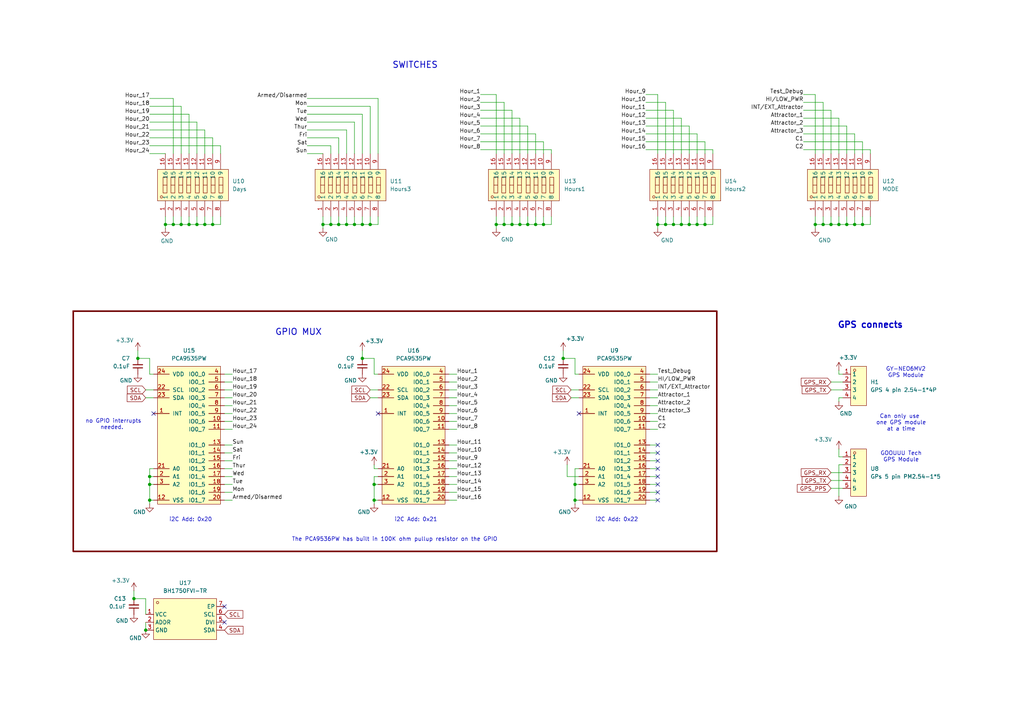
<source format=kicad_sch>
(kicad_sch (version 20250114) (generator "eeschema") (generator_version "9.0")
  (paper "User" 330.2 228.6)
  (title_block (title "MothBox") (date "2025-07-12") (rev "5.0.1") (company "Digital Naturalism Laboritories"))
  (lib_symbols
    (symbol "MothBox_Symbol_Library:+3.3V" (power) (pin_numbers (hide yes)) (pin_names (offset 0) (hide yes))
      (property "Value" "+3.3V" (at 0 3.556 0))
      (symbol "+3.3V_0_1"
        (polyline (pts (xy -0.762 1.27) (xy 0 2.54)))
        (polyline (pts (xy 0 2.54) (xy 0.762 1.27)))
        (polyline (pts (xy 0 0) (xy 0 2.54)))
      )
      (symbol "+3.3V_1_1"
        (pin power_in line (at 0 0 90) (length 0) (name "~") (number "1"))
      )
    )
    (symbol "MothBox_Symbol_Library:2.54-1*4P母"
      (property "Reference" "H" (at 0 8.89 0))
      (property "Value" "2.54-1*4P母" (at 0 -8.89 0))
      (symbol "2.54-1*4P母_0_1"
        (rectangle (start -2.54 6.35) (end 2.54 -6.35) (fill (type background)))
        (circle (center -1.27 5.08) (radius 0.38))
        (pin unspecified line (at -5.08 3.81 0) (length 2.54) (name "1") (number "1"))
        (pin unspecified line (at -5.08 1.27 0) (length 2.54) (name "2") (number "2"))
        (pin unspecified line (at -5.08 -1.27 0) (length 2.54) (name "3") (number "3"))
        (pin unspecified line (at -5.08 -3.81 0) (length 2.54) (name "4") (number "4"))
      )
    )
    (symbol "MothBox_Symbol_Library:C_Small" (pin_numbers (hide yes)) (pin_names (offset 0.254) (hide yes))
      (property "Reference" "C" (at 0.254 1.778 0))
      (property "Value" "C_Small" (at 0.254 -2.032 0))
      (symbol "C_Small_0_1"
        (polyline (pts (xy -1.524 0.508) (xy 1.524 0.508)) (stroke (width 0.3048)))
        (polyline (pts (xy -1.524 -0.508) (xy 1.524 -0.508)) (stroke (width 0.3302)))
      )
      (symbol "C_Small_1_1"
        (pin passive line (at 0 2.54 270) (length 2.032) (name "~") (number "1"))
        (pin passive line (at 0 -2.54 90) (length 2.032) (name "~") (number "2"))
      )
    )
    (symbol "MothBox_Symbol_Library:GND" (power) (pin_numbers (hide yes)) (pin_names (offset 0) (hide yes))
      (property "Value" "GND" (at 0 -3.81 0))
      (symbol "GND_0_1"
        (polyline (pts (xy 0 0) (xy 0 -1.27) (xy 1.27 -1.27) (xy 0 -2.54) (xy -1.27 -1.27) (xy 0 -1.27)))
      )
      (symbol "GND_1_1"
        (pin power_in line (at 0 0 270) (length 0) (name "~") (number "1"))
      )
    )
    (symbol "MothBox_Symbol_Library:PCA9535PW" (pin_names (offset 1.016))
      (property "Reference" "U" (at 0 -43.18 0))
      (property "Value" "PCA9535PW" (at 0 5.08 0))
      (symbol "PCA9535PW_0_1"
        (rectangle (start 10.16 2.54) (end -10.16 -41.91) (fill (type background)))
      )
      (symbol "PCA9535PW_1_1"
        (pin input line (at -11.43 0 0) (length 5.08) (name "VDD") (number "24"))
        (pin input line (at -11.43 -5.08 0) (length 5.08) (name "SCL") (number "22"))
        (pin input line (at -11.43 -7.62 0) (length 5.08) (name "SDA") (number "23"))
        (pin input line (at -11.43 -12.7 0) (length 5.08) (name "INT") (number "1"))
        (pin input line (at -11.43 -30.48 0) (length 5.08) (name "A0") (number "21"))
        (pin input line (at -11.43 -33.02 0) (length 5.08) (name "A1") (number "2"))
        (pin input line (at -11.43 -35.56 0) (length 5.08) (name "A2") (number "3"))
        (pin input line (at -11.43 -40.64 0) (length 5.08) (name "VSS") (number "12"))
        (pin input line (at 11.43 0 180) (length 5.08) (name "IO0_0") (number "4"))
        (pin input line (at 11.43 -2.54 180) (length 5.08) (name "IO0_1") (number "5"))
        (pin input line (at 11.43 -5.08 180) (length 5.08) (name "IO0_2") (number "6"))
        (pin input line (at 11.43 -7.62 180) (length 5.08) (name "IO0_3") (number "7"))
        (pin input line (at 11.43 -10.16 180) (length 5.08) (name "IO0_4") (number "8"))
        (pin input line (at 11.43 -12.7 180) (length 5.08) (name "IO0_5") (number "9"))
        (pin input line (at 11.43 -15.24 180) (length 5.08) (name "IO0_6") (number "10"))
        (pin input line (at 11.43 -17.78 180) (length 5.08) (name "IO0_7") (number "11"))
        (pin input line (at 11.43 -22.86 180) (length 5.08) (name "IO1_0") (number "13"))
        (pin input line (at 11.43 -25.4 180) (length 5.08) (name "IO1_1") (number "14"))
        (pin input line (at 11.43 -27.94 180) (length 5.08) (name "IO1_2") (number "15"))
        (pin input line (at 11.43 -30.48 180) (length 5.08) (name "IO1_3") (number "16"))
        (pin input line (at 11.43 -33.02 180) (length 5.08) (name "IO1_4") (number "17"))
        (pin input line (at 11.43 -35.56 180) (length 5.08) (name "IO1_5") (number "18"))
        (pin input line (at 11.43 -38.1 180) (length 5.08) (name "IO1_6") (number "19"))
        (pin input line (at 11.43 -40.64 180) (length 5.08) (name "IO1_7") (number "20"))
      )
    )
    (symbol "MothBox_Symbol_Library:PM2.54-1*5"
      (property "Reference" "U" (at 0 10.16 0))
      (property "Value" "PM2.54-1*5" (at 0 -10.16 0))
      (symbol "PM2.54-1*5_0_1"
        (rectangle (start -2.54 7.62) (end 2.54 -7.62) (fill (type background)))
        (circle (center -1.27 6.35) (radius 0.38))
        (pin unspecified line (at -5.08 5.08 0) (length 2.54) (name "1") (number "1"))
        (pin unspecified line (at -5.08 2.54 0) (length 2.54) (name "2") (number "2"))
        (pin unspecified line (at -5.08 0 0) (length 2.54) (name "3") (number "3"))
        (pin unspecified line (at -5.08 -2.54 0) (length 2.54) (name "4") (number "4"))
        (pin unspecified line (at -5.08 -5.08 0) (length 2.54) (name "5") (number "5"))
      )
    )
    (symbol "MothBox_Symbol_Library:SMXS-08K-TP"
      (property "Reference" "SW" (at 0 15.24 0))
      (property "Value" "SMXS-08K-TP" (at 0 -15.24 0))
      (symbol "SMXS-08K-TP_0_1"
        (rectangle (start -12.7 5.08) (end 10.16 -5.08) (fill (type background)))
        (circle (center -11.43 -3.81) (radius 0.38))
        (rectangle (start -10.92 2.54) (end -9.65 -2.54) (fill (type background)))
        (polyline (pts (xy -10.92 0) (xy -9.65 0)))
        (rectangle (start -8.38 2.54) (end -7.11 -2.54) (fill (type background)))
        (polyline (pts (xy -8.38 0) (xy -7.11 0)))
        (rectangle (start -5.84 2.54) (end -4.57 -2.54) (fill (type background)))
        (polyline (pts (xy -5.84 0) (xy -4.57 0)))
        (rectangle (start -3.3 2.54) (end -2.03 -2.54) (fill (type background)))
        (polyline (pts (xy -3.3 0) (xy -2.03 0)))
        (rectangle (start -0.51 2.54) (end 0.76 -2.54) (fill (type background)))
        (polyline (pts (xy -0.51 0) (xy 0.76 0)))
        (rectangle (start 2.03 2.54) (end 3.3 -2.54) (fill (type background)))
        (polyline (pts (xy 2.03 0) (xy 3.3 0)))
        (rectangle (start 4.57 2.54) (end 5.84 -2.54) (fill (type background)))
        (polyline (pts (xy 4.57 0) (xy 5.84 0)))
        (rectangle (start 7.11 2.54) (end 8.38 -2.54) (fill (type background)))
        (polyline (pts (xy 7.11 0) (xy 8.38 0)))
        (pin unspecified line (at -10.16 10.16 270) (length 5.08) (name "16") (number "16"))
        (pin unspecified line (at -10.16 -10.16 90) (length 5.08) (name "1") (number "1"))
        (pin unspecified line (at -7.62 10.16 270) (length 5.08) (name "15") (number "15"))
        (pin unspecified line (at -7.62 -10.16 90) (length 5.08) (name "2") (number "2"))
        (pin unspecified line (at -5.08 10.16 270) (length 5.08) (name "14") (number "14"))
        (pin unspecified line (at -5.08 -10.16 90) (length 5.08) (name "3") (number "3"))
        (pin unspecified line (at -2.54 10.16 270) (length 5.08) (name "13") (number "13"))
        (pin unspecified line (at -2.54 -10.16 90) (length 5.08) (name "4") (number "4"))
        (pin unspecified line (at 0 10.16 270) (length 5.08) (name "12") (number "12"))
        (pin unspecified line (at 0 -10.16 90) (length 5.08) (name "5") (number "5"))
        (pin unspecified line (at 2.54 10.16 270) (length 5.08) (name "11") (number "11"))
        (pin unspecified line (at 2.54 -10.16 90) (length 5.08) (name "6") (number "6"))
        (pin unspecified line (at 5.08 10.16 270) (length 5.08) (name "10") (number "10"))
        (pin unspecified line (at 5.08 -10.16 90) (length 5.08) (name "7") (number "7"))
        (pin unspecified line (at 7.62 10.16 270) (length 5.08) (name "9") (number "9"))
        (pin unspecified line (at 7.62 -10.16 90) (length 5.08) (name "8") (number "8"))
      )
    )
    (symbol "easyeda2kicad:BH1750FVI-TR"
      (property "Reference" "U" (at 0 10.16 0))
      (property "Value" "BH1750FVI-TR" (at 0 -7.62 0))
      (symbol "BH1750FVI-TR_0_1"
        (rectangle (start -10.16 7.62) (end 10.16 -5.59) (fill (type background)))
        (circle (center -8.89 6.35) (radius 0.38))
        (pin unspecified line (at -12.7 2.54 0) (length 2.54) (name "VCC") (number "1"))
        (pin unspecified line (at -12.7 0 0) (length 2.54) (name "ADDR") (number "2"))
        (pin unspecified line (at -12.7 -2.54 0) (length 2.54) (name "GND") (number "3"))
        (pin unspecified line (at 12.7 5.08 180) (length 2.54) (name "EP") (number "7"))
        (pin unspecified line (at 12.7 2.54 180) (length 2.54) (name "SCL") (number "6"))
        (pin unspecified line (at 12.7 0 180) (length 2.54) (name "DVI") (number "5"))
        (pin unspecified line (at 12.7 -2.54 180) (length 2.54) (name "SDA") (number "4"))
      )
    )
  )
  (rectangle (start 23.622 100.33) (end 231.14 177.8) (stroke (width 0.508) (color 110 0 0 1)))
  (text "Can only use \none GPS module\nat a time" (at 290.576 136.398 0) (effects (font (size 1.27 1.27))))
  (text "no GPIO interrupts\nneeded. " (at 36.576 136.906 0) (effects (font (size 1.27 1.27))))
  (text "GY-NEO6MV2\nGPS Module" (at 292.1 120.142 0) (effects (font (size 1.27 1.27))))
  (text "GPS connects" (at 280.67 104.902 0) (effects (font (size 2 2) (thickness 0.4) (bold yes))))
  (text "The PCA9536PW has built in 100K ohm pullup resistor on the GPIO" (at 127.254 173.99 0) (effects (font (size 1.27 1.27))))
  (text "GOOUUU Tech\nGPS Module" (at 290.576 147.32 0) (effects (font (size 1.27 1.27))))
  (text "i2C Add: 0x22" (at 198.882 167.64 0) (effects (font (size 1.27 1.27))))
  (text "i2C Add: 0x20" (at 61.468 167.64 0) (effects (font (size 1.27 1.27))))
  (text "i2C Add: 0x21" (at 134.112 167.64 0) (effects (font (size 1.27 1.27))))
  (text "GPIO MUX\n" (at 96.266 107.188 0) (effects (font (size 2 2) (thickness 0.254) (bold yes))))
  (text "SWITCHES" (at 133.858 21.082 0) (effects (font (size 2 2) (thickness 0.254) (bold yes))))
  (junction (at 265.43 72.39))
  (junction (at 224.79 72.39))
  (junction (at 162.56 72.39))
  (junction (at 219.71 72.39))
  (junction (at 160.02 72.39))
  (junction (at 120.65 156.21))
  (junction (at 214.63 72.39))
  (junction (at 217.17 72.39))
  (junction (at 212.09 72.39))
  (junction (at 68.58 72.39))
  (junction (at 165.1 72.39))
  (junction (at 267.97 72.39))
  (junction (at 58.42 72.39))
  (junction (at 270.51 72.39))
  (junction (at 278.13 72.39))
  (junction (at 167.64 72.39))
  (junction (at 222.25 72.39))
  (junction (at 114.3 72.39))
  (junction (at 48.26 161.29))
  (junction (at 48.26 153.67))
  (junction (at 48.26 156.21))
  (junction (at 111.76 72.39))
  (junction (at 116.84 115.57))
  (junction (at 227.33 72.39))
  (junction (at 63.5 72.39))
  (junction (at 170.18 72.39))
  (junction (at 273.05 72.39))
  (junction (at 262.89 72.39))
  (junction (at 55.88 72.39))
  (junction (at 119.38 72.39))
  (junction (at 185.42 156.21))
  (junction (at 66.04 72.39))
  (junction (at 185.42 161.29))
  (junction (at 116.84 72.39))
  (junction (at 109.22 72.39))
  (junction (at 44.45 115.57))
  (junction (at 172.72 72.39))
  (junction (at 275.59 72.39))
  (junction (at 43.18 193.04))
  (junction (at 106.68 72.39))
  (junction (at 181.61 115.57))
  (junction (at 53.34 72.39))
  (junction (at 104.14 72.39))
  (junction (at 46.99 203.2))
  (junction (at 120.65 161.29))
  (junction (at 60.96 72.39))
  (junction (at 175.26 72.39))
  (no_connect (at 121.92 133.35))
  (no_connect (at 212.09 161.29))
  (no_connect (at 212.09 148.59))
  (no_connect (at 212.09 158.75))
  (no_connect (at 49.53 133.35))
  (no_connect (at 212.09 153.67))
  (no_connect (at 72.39 195.58))
  (no_connect (at 212.09 156.21))
  (no_connect (at 212.09 146.05))
  (no_connect (at 186.69 133.35))
  (no_connect (at 212.09 151.13))
  (no_connect (at 72.39 200.66))
  (no_connect (at 212.09 143.51))
  (wire (pts (xy 68.58 72.39) (xy 71.12 72.39)))
  (wire (pts (xy 212.09 125.73) (xy 209.55 125.73)))
  (wire (pts (xy 147.32 146.05) (xy 144.78 146.05)))
  (wire (pts (xy 48.26 151.13) (xy 48.26 153.67)))
  (wire (pts (xy 212.09 135.89) (xy 209.55 135.89)))
  (wire (pts (xy 60.96 69.85) (xy 60.96 72.39)))
  (wire (pts (xy 48.26 153.67) (xy 48.26 156.21)))
  (wire (pts (xy 208.28 43.18) (xy 224.79 43.18)))
  (wire (pts (xy 212.09 120.65) (xy 209.55 120.65)))
  (wire (pts (xy 224.79 69.85) (xy 224.79 72.39)))
  (wire (pts (xy 99.06 46.99) (xy 106.68 46.99)))
  (wire (pts (xy 74.93 123.19) (xy 72.39 123.19)))
  (wire (pts (xy 119.38 69.85) (xy 119.38 72.39)))
  (wire (pts (xy 114.3 39.37) (xy 114.3 49.53)))
  (wire (pts (xy 185.42 156.21) (xy 185.42 161.29)))
  (wire (pts (xy 120.65 153.67) (xy 120.65 156.21)))
  (wire (pts (xy 181.61 115.57) (xy 185.42 115.57)))
  (wire (pts (xy 46.99 125.73) (xy 49.53 125.73)))
  (wire (pts (xy 43.18 193.04) (xy 46.99 193.04)))
  (wire (pts (xy 217.17 69.85) (xy 217.17 72.39)))
  (wire (pts (xy 74.93 130.81) (xy 72.39 130.81)))
  (wire (pts (xy 49.53 151.13) (xy 48.26 151.13)))
  (wire (pts (xy 167.64 72.39) (xy 170.18 72.39)))
  (wire (pts (xy 48.26 161.29) (xy 48.26 162.56)))
  (wire (pts (xy 99.06 39.37) (xy 114.3 39.37)))
  (wire (pts (xy 121.92 69.85) (xy 121.92 72.39)))
  (wire (pts (xy 154.94 45.72) (xy 175.26 45.72)))
  (wire (pts (xy 48.26 46.99) (xy 71.12 46.99)))
  (wire (pts (xy 170.18 72.39) (xy 172.72 72.39)))
  (wire (pts (xy 212.09 153.67) (xy 209.55 153.67)))
  (wire (pts (xy 162.56 33.02) (xy 162.56 49.53)))
  (wire (pts (xy 185.42 156.21) (xy 186.69 156.21)))
  (wire (pts (xy 212.09 161.29) (xy 209.55 161.29)))
  (wire (pts (xy 116.84 115.57) (xy 120.65 115.57)))
  (wire (pts (xy 186.69 161.29) (xy 185.42 161.29)))
  (wire (pts (xy 147.32 156.21) (xy 144.78 156.21)))
  (wire (pts (xy 217.17 35.56) (xy 217.17 49.53)))
  (wire (pts (xy 262.89 69.85) (xy 262.89 72.39)))
  (wire (pts (xy 48.26 34.29) (xy 58.42 34.29)))
  (wire (pts (xy 99.06 49.53) (xy 104.14 49.53)))
  (wire (pts (xy 119.38 34.29) (xy 119.38 49.53)))
  (wire (pts (xy 74.93 138.43) (xy 72.39 138.43)))
  (wire (pts (xy 53.34 72.39) (xy 53.34 73.66)))
  (wire (pts (xy 212.09 130.81) (xy 209.55 130.81)))
  (wire (pts (xy 119.38 128.27) (xy 121.92 128.27)))
  (wire (pts (xy 147.32 148.59) (xy 144.78 148.59)))
  (wire (pts (xy 48.26 115.57) (xy 48.26 120.65)))
  (wire (pts (xy 116.84 36.83) (xy 116.84 49.53)))
  (wire (pts (xy 267.97 69.85) (xy 267.97 72.39)))
  (wire (pts (xy 160.02 72.39) (xy 162.56 72.39)))
  (wire (pts (xy 227.33 69.85) (xy 227.33 72.39)))
  (wire (pts (xy 212.09 128.27) (xy 209.55 128.27)))
  (wire (pts (xy 273.05 40.64) (xy 273.05 49.53)))
  (wire (pts (xy 119.38 72.39) (xy 121.92 72.39)))
  (wire (pts (xy 267.97 72.39) (xy 270.51 72.39)))
  (wire (pts (xy 222.25 40.64) (xy 222.25 49.53)))
  (wire (pts (xy 165.1 35.56) (xy 165.1 49.53)))
  (wire (pts (xy 116.84 72.39) (xy 119.38 72.39)))
  (wire (pts (xy 44.45 113.03) (xy 44.45 115.57)))
  (wire (pts (xy 63.5 72.39) (xy 66.04 72.39)))
  (wire (pts (xy 181.61 113.03) (xy 181.61 115.57)))
  (wire (pts (xy 160.02 69.85) (xy 160.02 72.39)))
  (wire (pts (xy 185.42 151.13) (xy 186.69 151.13)))
  (wire (pts (xy 46.99 200.66) (xy 46.99 203.2)))
  (wire (pts (xy 160.02 30.48) (xy 160.02 49.53)))
  (wire (pts (xy 259.08 33.02) (xy 265.43 33.02)))
  (wire (pts (xy 267.97 125.73) (xy 271.78 125.73)))
  (wire (pts (xy 121.92 120.65) (xy 120.65 120.65)))
  (wire (pts (xy 120.65 153.67) (xy 121.92 153.67)))
  (wire (pts (xy 104.14 72.39) (xy 106.68 72.39)))
  (wire (pts (xy 273.05 72.39) (xy 275.59 72.39)))
  (wire (pts (xy 212.09 148.59) (xy 209.55 148.59)))
  (wire (pts (xy 68.58 69.85) (xy 68.58 72.39)))
  (wire (pts (xy 71.12 49.53) (xy 71.12 46.99)))
  (wire (pts (xy 48.26 156.21) (xy 49.53 156.21)))
  (wire (pts (xy 170.18 40.64) (xy 170.18 49.53)))
  (wire (pts (xy 120.65 156.21) (xy 120.65 161.29)))
  (wire (pts (xy 48.26 156.21) (xy 48.26 161.29)))
  (wire (pts (xy 184.15 128.27) (xy 186.69 128.27)))
  (wire (pts (xy 208.28 38.1) (xy 219.71 38.1)))
  (wire (pts (xy 267.97 123.19) (xy 271.78 123.19)))
  (wire (pts (xy 121.92 161.29) (xy 120.65 161.29)))
  (wire (pts (xy 120.65 115.57) (xy 120.65 120.65)))
  (wire (pts (xy 219.71 38.1) (xy 219.71 49.53)))
  (wire (pts (xy 278.13 45.72) (xy 278.13 49.53)))
  (wire (pts (xy 212.09 123.19) (xy 209.55 123.19)))
  (wire (pts (xy 147.32 153.67) (xy 144.78 153.67)))
  (wire (pts (xy 63.5 39.37) (xy 63.5 49.53)))
  (wire (pts (xy 270.51 149.86) (xy 270.51 160.02)))
  (wire (pts (xy 208.28 48.26) (xy 229.87 48.26)))
  (wire (pts (xy 147.32 158.75) (xy 144.78 158.75)))
  (wire (pts (xy 48.26 36.83) (xy 60.96 36.83)))
  (wire (pts (xy 212.09 143.51) (xy 209.55 143.51)))
  (wire (pts (xy 224.79 72.39) (xy 227.33 72.39)))
  (wire (pts (xy 270.51 128.27) (xy 271.78 128.27)))
  (wire (pts (xy 147.32 130.81) (xy 144.78 130.81)))
  (wire (pts (xy 147.32 143.51) (xy 144.78 143.51)))
  (wire (pts (xy 114.3 72.39) (xy 116.84 72.39)))
  (wire (pts (xy 170.18 69.85) (xy 170.18 72.39)))
  (wire (pts (xy 278.13 72.39) (xy 280.67 72.39)))
  (wire (pts (xy 74.93 158.75) (xy 72.39 158.75)))
  (wire (pts (xy 68.58 44.45) (xy 68.58 49.53)))
  (wire (pts (xy 275.59 43.18) (xy 275.59 49.53)))
  (wire (pts (xy 43.18 190.5) (xy 43.18 193.04)))
  (wire (pts (xy 106.68 72.39) (xy 109.22 72.39)))
  (wire (pts (xy 219.71 69.85) (xy 219.71 72.39)))
  (wire (pts (xy 229.87 48.26) (xy 229.87 49.53)))
  (wire (pts (xy 60.96 36.83) (xy 60.96 49.53)))
  (wire (pts (xy 147.32 125.73) (xy 144.78 125.73)))
  (wire (pts (xy 259.08 35.56) (xy 267.97 35.56)))
  (wire (pts (xy 109.22 69.85) (xy 109.22 72.39)))
  (wire (pts (xy 74.93 161.29) (xy 72.39 161.29)))
  (wire (pts (xy 154.94 30.48) (xy 160.02 30.48)))
  (wire (pts (xy 214.63 33.02) (xy 214.63 49.53)))
  (wire (pts (xy 208.28 45.72) (xy 227.33 45.72)))
  (wire (pts (xy 74.93 148.59) (xy 72.39 148.59)))
  (wire (pts (xy 270.51 120.65) (xy 271.78 120.65)))
  (wire (pts (xy 48.26 49.53) (xy 53.34 49.53)))
  (wire (pts (xy 270.51 119.38) (xy 270.51 120.65)))
  (wire (pts (xy 99.06 31.75) (xy 121.92 31.75)))
  (wire (pts (xy 267.97 35.56) (xy 267.97 49.53)))
  (wire (pts (xy 147.32 123.19) (xy 144.78 123.19)))
  (wire (pts (xy 270.51 149.86) (xy 271.78 149.86)))
  (wire (pts (xy 99.06 34.29) (xy 119.38 34.29)))
  (wire (pts (xy 55.88 69.85) (xy 55.88 72.39)))
  (wire (pts (xy 53.34 69.85) (xy 53.34 72.39)))
  (wire (pts (xy 74.93 128.27) (xy 72.39 128.27)))
  (wire (pts (xy 58.42 72.39) (xy 60.96 72.39)))
  (wire (pts (xy 267.97 157.48) (xy 271.78 157.48)))
  (wire (pts (xy 177.8 69.85) (xy 177.8 72.39)))
  (wire (pts (xy 99.06 44.45) (xy 109.22 44.45)))
  (wire (pts (xy 184.15 125.73) (xy 186.69 125.73)))
  (wire (pts (xy 55.88 72.39) (xy 58.42 72.39)))
  (wire (pts (xy 48.26 153.67) (xy 49.53 153.67)))
  (wire (pts (xy 270.51 69.85) (xy 270.51 72.39)))
  (wire (pts (xy 175.26 45.72) (xy 175.26 49.53)))
  (wire (pts (xy 74.93 156.21) (xy 72.39 156.21)))
  (wire (pts (xy 74.93 146.05) (xy 72.39 146.05)))
  (wire (pts (xy 273.05 69.85) (xy 273.05 72.39)))
  (wire (pts (xy 114.3 69.85) (xy 114.3 72.39)))
  (wire (pts (xy 154.94 33.02) (xy 162.56 33.02)))
  (wire (pts (xy 162.56 72.39) (xy 165.1 72.39)))
  (wire (pts (xy 262.89 72.39) (xy 265.43 72.39)))
  (wire (pts (xy 120.65 161.29) (xy 120.65 162.56)))
  (wire (pts (xy 111.76 69.85) (xy 111.76 72.39)))
  (wire (pts (xy 160.02 72.39) (xy 160.02 73.66)))
  (wire (pts (xy 109.22 72.39) (xy 111.76 72.39)))
  (wire (pts (xy 212.09 30.48) (xy 212.09 49.53)))
  (wire (pts (xy 265.43 72.39) (xy 267.97 72.39)))
  (wire (pts (xy 46.99 193.04) (xy 46.99 198.12)))
  (wire (pts (xy 267.97 154.94) (xy 271.78 154.94)))
  (wire (pts (xy 165.1 72.39) (xy 167.64 72.39)))
  (wire (pts (xy 214.63 69.85) (xy 214.63 72.39)))
  (wire (pts (xy 217.17 72.39) (xy 219.71 72.39)))
  (wire (pts (xy 120.65 156.21) (xy 121.92 156.21)))
  (wire (pts (xy 208.28 40.64) (xy 222.25 40.64)))
  (wire (pts (xy 278.13 69.85) (xy 278.13 72.39)))
  (wire (pts (xy 172.72 72.39) (xy 175.26 72.39)))
  (wire (pts (xy 147.32 135.89) (xy 144.78 135.89)))
  (wire (pts (xy 182.88 149.86) (xy 182.88 153.67)))
  (wire (pts (xy 222.25 69.85) (xy 222.25 72.39)))
  (wire (pts (xy 265.43 69.85) (xy 265.43 72.39)))
  (wire (pts (xy 74.93 153.67) (xy 72.39 153.67)))
  (wire (pts (xy 111.76 41.91) (xy 111.76 49.53)))
  (wire (pts (xy 212.09 72.39) (xy 214.63 72.39)))
  (wire (pts (xy 167.64 69.85) (xy 167.64 72.39)))
  (wire (pts (xy 259.08 30.48) (xy 262.89 30.48)))
  (wire (pts (xy 275.59 72.39) (xy 278.13 72.39)))
  (wire (pts (xy 74.93 125.73) (xy 72.39 125.73)))
  (wire (pts (xy 227.33 72.39) (xy 229.87 72.39)))
  (wire (pts (xy 212.09 133.35) (xy 209.55 133.35)))
  (wire (pts (xy 49.53 161.29) (xy 48.26 161.29)))
  (wire (pts (xy 154.94 40.64) (xy 170.18 40.64)))
  (wire (pts (xy 214.63 72.39) (xy 217.17 72.39)))
  (wire (pts (xy 147.32 128.27) (xy 144.78 128.27)))
  (wire (pts (xy 48.26 44.45) (xy 68.58 44.45)))
  (wire (pts (xy 66.04 69.85) (xy 66.04 72.39)))
  (wire (pts (xy 212.09 158.75) (xy 209.55 158.75)))
  (wire (pts (xy 154.94 35.56) (xy 165.1 35.56)))
  (wire (pts (xy 259.08 45.72) (xy 278.13 45.72)))
  (wire (pts (xy 227.33 45.72) (xy 227.33 49.53)))
  (wire (pts (xy 119.38 125.73) (xy 121.92 125.73)))
  (wire (pts (xy 270.51 144.78) (xy 270.51 147.32)))
  (wire (pts (xy 48.26 39.37) (xy 63.5 39.37)))
  (wire (pts (xy 270.51 147.32) (xy 271.78 147.32)))
  (wire (pts (xy 162.56 69.85) (xy 162.56 72.39)))
  (wire (pts (xy 229.87 69.85) (xy 229.87 72.39)))
  (wire (pts (xy 175.26 69.85) (xy 175.26 72.39)))
  (wire (pts (xy 48.26 31.75) (xy 55.88 31.75)))
  (wire (pts (xy 147.32 133.35) (xy 144.78 133.35)))
  (wire (pts (xy 66.04 72.39) (xy 68.58 72.39)))
  (wire (pts (xy 185.42 115.57) (xy 185.42 120.65)))
  (wire (pts (xy 147.32 151.13) (xy 144.78 151.13)))
  (wire (pts (xy 259.08 43.18) (xy 275.59 43.18)))
  (wire (pts (xy 147.32 120.65) (xy 144.78 120.65)))
  (wire (pts (xy 74.93 143.51) (xy 72.39 143.51)))
  (wire (pts (xy 147.32 161.29) (xy 144.78 161.29)))
  (wire (pts (xy 280.67 48.26) (xy 280.67 49.53)))
  (wire (pts (xy 109.22 44.45) (xy 109.22 49.53)))
  (wire (pts (xy 60.96 72.39) (xy 63.5 72.39)))
  (wire (pts (xy 111.76 72.39) (xy 114.3 72.39)))
  (wire (pts (xy 154.94 38.1) (xy 167.64 38.1)))
  (wire (pts (xy 270.51 38.1) (xy 270.51 49.53)))
  (wire (pts (xy 275.59 69.85) (xy 275.59 72.39)))
  (wire (pts (xy 120.65 151.13) (xy 121.92 151.13)))
  (wire (pts (xy 175.26 72.39) (xy 177.8 72.39)))
  (wire (pts (xy 265.43 33.02) (xy 265.43 49.53)))
  (wire (pts (xy 222.25 72.39) (xy 224.79 72.39)))
  (wire (pts (xy 219.71 72.39) (xy 222.25 72.39)))
  (wire (pts (xy 104.14 69.85) (xy 104.14 72.39)))
  (wire (pts (xy 116.84 69.85) (xy 116.84 72.39)))
  (wire (pts (xy 116.84 113.03) (xy 116.84 115.57)))
  (wire (pts (xy 74.93 133.35) (xy 72.39 133.35)))
  (wire (pts (xy 121.92 31.75) (xy 121.92 49.53)))
  (wire (pts (xy 74.93 151.13) (xy 72.39 151.13)))
  (wire (pts (xy 167.64 38.1) (xy 167.64 49.53)))
  (wire (pts (xy 208.28 35.56) (xy 217.17 35.56)))
  (wire (pts (xy 165.1 69.85) (xy 165.1 72.39)))
  (wire (pts (xy 172.72 43.18) (xy 172.72 49.53)))
  (wire (pts (xy 267.97 152.4) (xy 271.78 152.4)))
  (wire (pts (xy 71.12 69.85) (xy 71.12 72.39)))
  (wire (pts (xy 99.06 41.91) (xy 111.76 41.91)))
  (wire (pts (xy 58.42 69.85) (xy 58.42 72.39)))
  (wire (pts (xy 280.67 69.85) (xy 280.67 72.39)))
  (wire (pts (xy 212.09 151.13) (xy 209.55 151.13)))
  (wire (pts (xy 154.94 43.18) (xy 172.72 43.18)))
  (wire (pts (xy 74.93 120.65) (xy 72.39 120.65)))
  (wire (pts (xy 48.26 41.91) (xy 66.04 41.91)))
  (wire (pts (xy 58.42 34.29) (xy 58.42 49.53)))
  (wire (pts (xy 55.88 31.75) (xy 55.88 49.53)))
  (wire (pts (xy 208.28 30.48) (xy 212.09 30.48)))
  (wire (pts (xy 106.68 46.99) (xy 106.68 49.53)))
  (wire (pts (xy 259.08 40.64) (xy 273.05 40.64)))
  (wire (pts (xy 208.28 33.02) (xy 214.63 33.02)))
  (wire (pts (xy 46.99 128.27) (xy 49.53 128.27)))
  (wire (pts (xy 259.08 48.26) (xy 280.67 48.26)))
  (wire (pts (xy 44.45 115.57) (xy 48.26 115.57)))
  (wire (pts (xy 66.04 41.91) (xy 66.04 49.53)))
  (wire (pts (xy 262.89 72.39) (xy 262.89 73.66)))
  (wire (pts (xy 104.14 72.39) (xy 104.14 73.66)))
  (wire (pts (xy 53.34 72.39) (xy 55.88 72.39)))
  (wire (pts (xy 49.53 120.65) (xy 48.26 120.65)))
  (wire (pts (xy 147.32 138.43) (xy 144.78 138.43)))
  (wire (pts (xy 185.42 161.29) (xy 185.42 162.56)))
  (wire (pts (xy 212.09 72.39) (xy 212.09 73.66)))
  (wire (pts (xy 212.09 146.05) (xy 209.55 146.05)))
  (wire (pts (xy 212.09 138.43) (xy 209.55 138.43)))
  (wire (pts (xy 63.5 69.85) (xy 63.5 72.39)))
  (wire (pts (xy 185.42 151.13) (xy 185.42 156.21)))
  (wire (pts (xy 186.69 120.65) (xy 185.42 120.65)))
  (wire (pts (xy 224.79 43.18) (xy 224.79 49.53)))
  (wire (pts (xy 270.51 72.39) (xy 273.05 72.39)))
  (wire (pts (xy 212.09 156.21) (xy 209.55 156.21)))
  (wire (pts (xy 120.65 149.86) (xy 120.65 151.13)))
  (wire (pts (xy 259.08 38.1) (xy 270.51 38.1)))
  (wire (pts (xy 212.09 69.85) (xy 212.09 72.39)))
  (wire (pts (xy 270.51 129.54) (xy 270.51 128.27)))
  (wire (pts (xy 99.06 36.83) (xy 116.84 36.83)))
  (wire (pts (xy 74.93 135.89) (xy 72.39 135.89)))
  (wire (pts (xy 177.8 48.26) (xy 177.8 49.53)))
  (wire (pts (xy 262.89 30.48) (xy 262.89 49.53)))
  (wire (pts (xy 172.72 69.85) (xy 172.72 72.39)))
  (wire (pts (xy 182.88 153.67) (xy 186.69 153.67)))
  (wire (pts (xy 106.68 69.85) (xy 106.68 72.39)))
  (wire (pts (xy 154.94 48.26) (xy 177.8 48.26)))
  (label "Tue" (at 99.06 36.83 180))
  (label "Attractor_3" (at 212.09 133.35 0))
  (label "Fri" (at 74.93 148.59 0))
  (label "Wed" (at 74.93 153.67 0))
  (label "Hour_22" (at 48.26 44.45 180))
  (label "Test_Debug" (at 212.09 120.65 0))
  (label "Mon" (at 99.06 34.29 180))
  (label "Thur" (at 74.93 151.13 0))
  (label "Hour_4" (at 154.94 38.1 180))
  (label "Hour_9" (at 208.28 30.48 180))
  (label "Thur" (at 99.06 41.91 180))
  (label "Hour_21" (at 74.93 130.81 0))
  (label "Hour_12" (at 147.32 151.13 0))
  (label "Hour_2" (at 147.32 123.19 0))
  (label "Hour_11" (at 147.32 143.51 0))
  (label "Armed{slash}Disarmed" (at 74.93 161.29 0))
  (label "Hour_5" (at 147.32 130.81 0))
  (label "Hour_8" (at 147.32 138.43 0))
  (label "Hour_14" (at 147.32 156.21 0))
  (label "Hour_18" (at 74.93 123.19 0))
  (label "Hour_15" (at 147.32 158.75 0))
  (label "Wed" (at 99.06 39.37 180))
  (label "Hour_2" (at 154.94 33.02 180))
  (label "Tue" (at 74.93 156.21 0))
  (label "Sat" (at 74.93 146.05 0))
  (label "HI{slash}LOW_PWR" (at 212.09 123.19 0))
  (label "Mon" (at 74.93 158.75 0))
  (label "Hour_16" (at 208.28 48.26 180))
  (label "Hour_24" (at 48.26 49.53 180))
  (label "C2" (at 212.09 138.43 0))
  (label "C1" (at 212.09 135.89 0))
  (label "Hour_16" (at 147.32 161.29 0))
  (label "Hour_7" (at 147.32 135.89 0))
  (label "INT{slash}EXT_Attractor" (at 259.08 35.56 180))
  (label "C1" (at 259.08 45.72 180))
  (label "Hour_24" (at 74.93 138.43 0))
  (label "C2" (at 259.08 48.26 180))
  (label "Hour_18" (at 48.26 34.29 180))
  (label "Hour_6" (at 154.94 43.18 180))
  (label "Hour_19" (at 74.93 125.73 0))
  (label "Hour_8" (at 154.94 48.26 180))
  (label "Hour_12" (at 208.28 38.1 180))
  (label "Sun" (at 99.06 49.53 180))
  (label "HI{slash}LOW_PWR" (at 259.08 33.02 180))
  (label "Hour_7" (at 154.94 45.72 180))
  (label "Armed{slash}Disarmed" (at 99.06 31.75 180))
  (label "Hour_15" (at 208.28 45.72 180))
  (label "Hour_13" (at 208.28 40.64 180))
  (label "Attractor_2" (at 212.09 130.81 0))
  (label "Hour_10" (at 147.32 146.05 0))
  (label "Sat" (at 99.06 46.99 180))
  (label "Hour_10" (at 208.28 33.02 180))
  (label "Hour_17" (at 74.93 120.65 0))
  (label "Attractor_1" (at 259.08 38.1 180))
  (label "Sun" (at 74.93 143.51 0))
  (label "Hour_13" (at 147.32 153.67 0))
  (label "Hour_1" (at 147.32 120.65 0))
  (label "Attractor_2" (at 259.08 40.64 180))
  (label "Hour_23" (at 74.93 135.89 0))
  (label "Hour_5" (at 154.94 40.64 180))
  (label "Hour_17" (at 48.26 31.75 180))
  (label "Hour_20" (at 48.26 39.37 180))
  (label "Hour_21" (at 48.26 41.91 180))
  (label "Hour_23" (at 48.26 46.99 180))
  (label "Hour_9" (at 147.32 148.59 0))
  (label "Test_Debug" (at 259.08 30.48 180))
  (label "Hour_22" (at 74.93 133.35 0))
  (label "Hour_3" (at 147.32 125.73 0))
  (label "Attractor_1" (at 212.09 128.27 0))
  (label "Hour_11" (at 208.28 35.56 180))
  (label "Attractor_3" (at 259.08 43.18 180))
  (label "INT{slash}EXT_Attractor" (at 212.09 125.73 0))
  (label "Hour_14" (at 208.28 43.18 180))
  (label "Fri" (at 99.06 44.45 180))
  (label "Hour_6" (at 147.32 133.35 0))
  (label "Hour_4" (at 147.32 128.27 0))
  (label "Hour_1" (at 154.94 30.48 180))
  (label "Hour_19" (at 48.26 36.83 180))
  (label "Hour_20" (at 74.93 128.27 0))
  (label "Hour_3" (at 154.94 35.56 180))
  (global_label "GPS_TX" (shape input) (at 267.97 154.94 180) (property "Intersheetrefs" "${INTERSHEET_REFS}" (effects (hide yes))))
  (global_label "GPS_RX" (shape input) (at 267.97 123.19 180) (property "Intersheetrefs" "${INTERSHEET_REFS}" (effects (hide yes))))
  (global_label "SDA" (shape input) (at 46.99 128.27 180) (property "Intersheetrefs" "${INTERSHEET_REFS}" (effects (hide yes))))
  (global_label "SCL" (shape input) (at 184.15 125.73 180) (property "Intersheetrefs" "${INTERSHEET_REFS}" (effects (hide yes))))
  (global_label "SCL" (shape input) (at 46.99 125.73 180) (property "Intersheetrefs" "${INTERSHEET_REFS}" (effects (hide yes))))
  (global_label "GPS_RX" (shape input) (at 267.97 152.4 180) (property "Intersheetrefs" "${INTERSHEET_REFS}" (effects (hide yes))))
  (global_label "SCL" (shape input) (at 72.39 198.12 0) (property "Intersheetrefs" "${INTERSHEET_REFS}" (effects (hide yes))))
  (global_label "GPS_PPS" (shape input) (at 267.97 157.48 180) (property "Intersheetrefs" "${INTERSHEET_REFS}" (effects (hide yes))))
  (global_label "SDA" (shape input) (at 72.39 203.2 0) (property "Intersheetrefs" "${INTERSHEET_REFS}" (effects (hide yes))))
  (global_label "GPS_TX" (shape input) (at 267.97 125.73 180) (property "Intersheetrefs" "${INTERSHEET_REFS}" (effects (hide yes))))
  (global_label "SDA" (shape input) (at 119.38 128.27 180) (property "Intersheetrefs" "${INTERSHEET_REFS}" (effects (hide yes))))
  (global_label "SDA" (shape input) (at 184.15 128.27 180) (property "Intersheetrefs" "${INTERSHEET_REFS}" (effects (hide yes))))
  (global_label "SCL" (shape input) (at 119.38 125.73 180) (property "Intersheetrefs" "${INTERSHEET_REFS}" (effects (hide yes))))
  (symbol (lib_id "MothBox_Symbol_Library:+3.3V") (at 270.51 144.78 0) (unit 1)
    (property "Reference" "#PWR022" (effects (hide yes)))
    (property "Value" "+3.3V" (at 262.382 141.732 0) (effects (justify left)))
    (property "Description" "Power symbol creates a global label with name \"+3.3V\"" (effects (hide yes)))
  )
  (symbol (lib_id "MothBox_Symbol_Library:GND") (at 43.18 198.12 0) (mirror y) (unit 1)
    (property "Reference" "#PWR065" (effects (hide yes)))
    (property "Value" "GND" (at 39.37 200.152 0))
    (property "Description" "Power symbol creates a global label with name \"GND\" , ground" (effects (hide yes)))
  )
  (symbol (lib_id "MothBox_Symbol_Library:+3.3V") (at 43.18 190.5 0) (mirror y) (unit 1)
    (property "Reference" "#PWR064" (effects (hide yes)))
    (property "Value" "+3.3V" (at 38.862 187.198 0))
    (property "Description" "Power symbol creates a global label with name \"+3.3V\"" (effects (hide yes)))
  )
  (symbol (lib_id "MothBox_Symbol_Library:2.54-1*4P母") (at 276.86 124.46 0) (unit 1)
    (property "Reference" "H1" (at 280.67 123.1899 0) (effects (justify left)))
    (property "Value" "GPS 4 pin 2.54-1*4P" (at 280.67 125.7299 0) (effects (justify left)))
    (property "Footprint" "Connector_PinSocket_2.54mm:PinSocket_1x04_P2.54mm_Vertical" (effects (hide yes)))
    (property "LCSC_Part" "C2718488" (effects (hide yes)))
  )
  (symbol (lib_id "MothBox_Symbol_Library:PCA9535PW") (at 198.12 120.65 0) (unit 1)
    (property "Reference" "U9" (at 198.12 113.03 0))
    (property "Value" "PCA9535PW" (at 198.12 115.57 0))
    (property "Footprint" "MothBox_footprints_Library:TSSOP-24_4.4x7.8mm_P0.65mm" (effects (hide yes)))
    (property "LCSC_Part" "  C255606" (effects (hide yes)))
  )
  (symbol (lib_id "MothBox_Symbol_Library:GND") (at 160.02 73.66 0) (unit 1)
    (property "Reference" "#PWR029" (effects (hide yes)))
    (property "Value" "GND" (at 163.576 77.216 0))
    (property "Description" "Power symbol creates a global label with name \"GND\" , ground" (effects (hide yes)))
  )
  (symbol (lib_id "MothBox_Symbol_Library:+3.3V") (at 116.84 113.03 0) (mirror y) (unit 1)
    (property "Reference" "#PWR050" (effects (hide yes)))
    (property "Value" "+3.3V" (at 120.65 109.982 0))
    (property "Description" "Power symbol creates a global label with name \"+3.3V\"" (effects (hide yes)))
  )
  (symbol (lib_id "MothBox_Symbol_Library:GND") (at 104.14 73.66 0) (unit 1)
    (property "Reference" "#PWR028" (effects (hide yes)))
    (property "Value" "GND" (at 106.934 77.216 0))
    (property "Description" "Power symbol creates a global label with name \"GND\" , ground" (effects (hide yes)))
  )
  (symbol (lib_id "MothBox_Symbol_Library:+3.3V") (at 270.51 119.38 0) (unit 1)
    (property "Reference" "#PWR020" (effects (hide yes)))
    (property "Value" "+3.3V" (at 270.51 115.316 0) (effects (justify left)))
    (property "Description" "Power symbol creates a global label with name \"+3.3V\"" (effects (hide yes)))
  )
  (symbol (lib_id "MothBox_Symbol_Library:GND") (at 181.61 120.65 0) (mirror y) (unit 1)
    (property "Reference" "#PWR032" (effects (hide yes)))
    (property "Value" "GND" (at 177.8 122.682 0))
    (property "Description" "Power symbol creates a global label with name \"GND\" , ground" (effects (hide yes)))
  )
  (symbol (lib_id "MothBox_Symbol_Library:GND") (at 120.65 162.56 0) (mirror y) (unit 1)
    (property "Reference" "#PWR052" (effects (hide yes)))
    (property "Value" "GND" (at 117.348 165.1 0))
    (property "Description" "Power symbol creates a global label with name \"GND\" , ground" (effects (hide yes)))
  )
  (symbol (lib_id "MothBox_Symbol_Library:+3.3V") (at 181.61 113.03 0) (mirror y) (unit 1)
    (property "Reference" "#PWR013" (effects (hide yes)))
    (property "Value" "+3.3V" (at 185.42 109.22 0))
    (property "Description" "Power symbol creates a global label with name \"+3.3V\"" (effects (hide yes)))
  )
  (symbol (lib_id "MothBox_Symbol_Library:GND") (at 270.51 160.02 0) (unit 1)
    (property "Reference" "#PWR023" (effects (hide yes)))
    (property "Value" "GND" (at 272.288 163.322 0) (effects (justify left)))
    (property "Description" "Power symbol creates a global label with name \"GND\" , ground" (effects (hide yes)))
  )
  (symbol (lib_id "MothBox_Symbol_Library:C_Small") (at 44.45 118.11 0) (mirror x) (unit 1)
    (property "Reference" "C7" (at 41.91 115.5635 0) (effects (justify right)))
    (property "Value" "0.1uF" (at 41.91 118.1035 0) (effects (justify right)))
    (property "Footprint" "MothBox_footprints_Library:C_0603_1608Metric" (effects (hide yes)))
    (property "Description" "Unpolarized capacitor, small symbol" (effects (hide yes)))
    (property "Digikey_Part_No" "311-1140-2-ND" (effects (hide yes)))
    (property "LCSC_Part" "C14663" (effects (hide yes)))
  )
  (symbol (lib_id "MothBox_Symbol_Library:GND") (at 44.45 120.65 0) (mirror y) (unit 1)
    (property "Reference" "#PWR027" (effects (hide yes)))
    (property "Value" "GND" (at 40.64 122.682 0))
    (property "Description" "Power symbol creates a global label with name \"GND\" , ground" (effects (hide yes)))
  )
  (symbol (lib_id "MothBox_Symbol_Library:+3.3V") (at 182.88 149.86 0) (mirror y) (unit 1)
    (property "Reference" "#PWR055" (effects (hide yes)))
    (property "Value" "+3.3V" (at 181.102 145.796 0))
    (property "Description" "Power symbol creates a global label with name \"+3.3V\"" (effects (hide yes)))
  )
  (symbol (lib_id "MothBox_Symbol_Library:SMXS-08K-TP") (at 222.25 59.69 0) (unit 1)
    (property "Reference" "U14" (at 233.68 58.4199 0) (effects (justify left)))
    (property "Value" "Hours2" (at 233.68 60.9599 0) (effects (justify left)))
    (property "Footprint" "MothBox_footprints_Library:SW-SMD_SMXS-08K-TP" (effects (hide yes)))
    (property "LCSC_Part" "C5439767" (effects (hide yes)))
  )
  (symbol (lib_id "MothBox_Symbol_Library:PM2.54-1*5") (at 276.86 152.4 0) (unit 1)
    (property "Reference" "U8" (at 280.67 151.1299 0) (effects (justify left)))
    (property "Value" "GPs 5 pin PM2.54-1*5" (at 280.67 153.6699 0) (effects (justify left)))
    (property "Footprint" "Connector_PinSocket_2.54mm:PinSocket_1x05_P2.54mm_Vertical" (effects (hide yes)))
    (property "LCSC_Part" "C5116488" (effects (hide yes)))
  )
  (symbol (lib_id "MothBox_Symbol_Library:PCA9535PW") (at 133.35 120.65 0) (unit 1)
    (property "Reference" "U16" (at 133.35 113.03 0))
    (property "Value" "PCA9535PW" (at 133.35 115.57 0))
    (property "Footprint" "MothBox_footprints_Library:TSSOP-24_4.4x7.8mm_P0.65mm" (effects (hide yes)))
    (property "LCSC_Part" "  C255606" (effects (hide yes)))
  )
  (symbol (lib_id "MothBox_Symbol_Library:SMXS-08K-TP") (at 114.3 59.69 0) (unit 1)
    (property "Reference" "U11" (at 125.73 58.4199 0) (effects (justify left)))
    (property "Value" "Hours3" (at 125.73 60.9599 0) (effects (justify left)))
    (property "Footprint" "MothBox_footprints_Library:SW-SMD_SMXS-08K-TP" (effects (hide yes)))
    (property "LCSC_Part" "C5439767" (effects (hide yes)))
  )
  (symbol (lib_id "MothBox_Symbol_Library:SMXS-08K-TP") (at 273.05 59.69 0) (unit 1)
    (property "Reference" "U12" (at 284.48 58.4199 0) (effects (justify left)))
    (property "Value" "MODE" (at 284.48 60.9599 0) (effects (justify left)))
    (property "Footprint" "MothBox_footprints_Library:SW-SMD_SMXS-08K-TP" (effects (hide yes)))
    (property "LCSC_Part" "C5439767" (effects (hide yes)))
  )
  (symbol (lib_id "MothBox_Symbol_Library:+3.3V") (at 120.65 149.86 0) (mirror y) (unit 1)
    (property "Reference" "#PWR054" (effects (hide yes)))
    (property "Value" "+3.3V" (at 118.872 145.796 0))
    (property "Description" "Power symbol creates a global label with name \"+3.3V\"" (effects (hide yes)))
  )
  (symbol (lib_id "MothBox_Symbol_Library:+3.3V") (at 44.45 113.03 0) (mirror y) (unit 1)
    (property "Reference" "#PWR026" (effects (hide yes)))
    (property "Value" "+3.3V" (at 40.132 109.728 0))
    (property "Description" "Power symbol creates a global label with name \"+3.3V\"" (effects (hide yes)))
  )
  (symbol (lib_id "MothBox_Symbol_Library:GND") (at 262.89 73.66 0) (unit 1)
    (property "Reference" "#PWR057" (effects (hide yes)))
    (property "Value" "GND" (at 265.938 77.47 0))
    (property "Description" "Power symbol creates a global label with name \"GND\" , ground" (effects (hide yes)))
  )
  (symbol (lib_id "MothBox_Symbol_Library:SMXS-08K-TP") (at 170.18 59.69 0) (unit 1)
    (property "Reference" "U13" (at 181.864 58.42 0) (effects (justify left)))
    (property "Value" "Hours1" (at 181.864 60.96 0) (effects (justify left)))
    (property "Footprint" "MothBox_footprints_Library:SW-SMD_SMXS-08K-TP" (effects (hide yes)))
    (property "LCSC_Part" "C5439767" (effects (hide yes)))
  )
  (symbol (lib_id "MothBox_Symbol_Library:SMXS-08K-TP") (at 63.5 59.69 0) (unit 1)
    (property "Reference" "U10" (at 74.93 58.4199 0) (effects (justify left)))
    (property "Value" "Days" (at 74.93 60.9599 0) (effects (justify left)))
    (property "Footprint" "MothBox_footprints_Library:SW-SMD_SMXS-08K-TP" (effects (hide yes)))
    (property "LCSC_Part" "C5439767" (effects (hide yes)))
  )
  (symbol (lib_id "MothBox_Symbol_Library:GND") (at 212.09 73.66 0) (unit 1)
    (property "Reference" "#PWR033" (effects (hide yes)))
    (property "Value" "GND" (at 215.138 77.47 0))
    (property "Description" "Power symbol creates a global label with name \"GND\" , ground" (effects (hide yes)))
  )
  (symbol (lib_id "MothBox_Symbol_Library:GND") (at 48.26 162.56 0) (mirror y) (unit 1)
    (property "Reference" "#PWR048" (effects (hide yes)))
    (property "Value" "GND" (at 44.958 165.1 0))
    (property "Description" "Power symbol creates a global label with name \"GND\" , ground" (effects (hide yes)))
  )
  (symbol (lib_id "easyeda2kicad:BH1750FVI-TR") (at 59.69 200.66 0) (unit 1)
    (property "Reference" "U17" (at 59.69 187.96 0))
    (property "Value" "BH1750FVI-TR" (at 59.69 190.5 0))
    (property "Footprint" "easyeda2kicad:WSOF-6_L2.6-W1.6-P0.50-TL-EP" (effects (hide yes)))
    (property "Datasheet" "https://lcsc.com/product-detail/Sensors_ROHM_BH1750FVI-TR_BH1750FVI-TR_C78960.html" (effects (hide yes)))
    (property "LCSC Part" "C78960" (effects (hide yes)))
  )
  (symbol (lib_id "MothBox_Symbol_Library:C_Small") (at 116.84 118.11 0) (mirror x) (unit 1)
    (property "Reference" "C9" (at 114.3 115.5635 0) (effects (justify right)))
    (property "Value" "0.1uF" (at 114.3 118.1035 0) (effects (justify right)))
    (property "Footprint" "MothBox_footprints_Library:C_0603_1608Metric" (effects (hide yes)))
    (property "Description" "Unpolarized capacitor, small symbol" (effects (hide yes)))
    (property "Digikey_Part_No" "311-1140-2-ND" (effects (hide yes)))
    (property "LCSC_Part" "C14663" (effects (hide yes)))
  )
  (symbol (lib_id "MothBox_Symbol_Library:GND") (at 270.51 129.54 0) (unit 1)
    (property "Reference" "#PWR021" (effects (hide yes)))
    (property "Value" "GND" (at 272.796 133.35 0))
    (property "Description" "Power symbol creates a global label with name \"GND\" , ground" (effects (hide yes)))
  )
  (symbol (lib_id "MothBox_Symbol_Library:C_Small") (at 181.61 118.11 0) (mirror x) (unit 1)
    (property "Reference" "C12" (at 179.07 115.5635 0) (effects (justify right)))
    (property "Value" "0.1uF" (at 179.07 118.1035 0) (effects (justify right)))
    (property "Footprint" "MothBox_footprints_Library:C_0603_1608Metric" (effects (hide yes)))
    (property "Description" "Unpolarized capacitor, small symbol" (effects (hide yes)))
    (property "Digikey_Part_No" "311-1140-2-ND" (effects (hide yes)))
    (property "LCSC_Part" "C14663" (effects (hide yes)))
  )
  (symbol (lib_id "MothBox_Symbol_Library:GND") (at 53.34 73.66 0) (unit 1)
    (property "Reference" "#PWR024" (effects (hide yes)))
    (property "Value" "GND" (at 53.848 77.724 0))
    (property "Description" "Power symbol creates a global label with name \"GND\" , ground" (effects (hide yes)))
  )
  (symbol (lib_id "MothBox_Symbol_Library:GND") (at 116.84 120.65 0) (mirror y) (unit 1)
    (property "Reference" "#PWR051" (effects (hide yes)))
    (property "Value" "GND" (at 113.03 122.682 0))
    (property "Description" "Power symbol creates a global label with name \"GND\" , ground" (effects (hide yes)))
  )
  (symbol (lib_id "MothBox_Symbol_Library:GND") (at 185.42 162.56 0) (mirror y) (unit 1)
    (property "Reference" "#PWR056" (effects (hide yes)))
    (property "Value" "GND" (at 182.118 165.1 0))
    (property "Description" "Power symbol creates a global label with name \"GND\" , ground" (effects (hide yes)))
  )
  (symbol (lib_id "MothBox_Symbol_Library:PCA9535PW") (at 60.96 120.65 0) (unit 1)
    (property "Reference" "U15" (at 60.96 113.03 0))
    (property "Value" "PCA9535PW" (at 60.96 115.57 0))
    (property "Footprint" "MothBox_footprints_Library:TSSOP-24_4.4x7.8mm_P0.65mm" (effects (hide yes)))
    (property "LCSC_Part" "  C255606" (effects (hide yes)))
  )
  (symbol (lib_id "MothBox_Symbol_Library:GND") (at 46.99 203.2 0) (mirror y) (unit 1)
    (property "Reference" "#PWR063" (effects (hide yes)))
    (property "Value" "GND" (at 43.688 205.74 0))
    (property "Description" "Power symbol creates a global label with name \"GND\" , ground" (effects (hide yes)))
  )
  (symbol (lib_id "MothBox_Symbol_Library:C_Small") (at 43.18 195.58 0) (mirror x) (unit 1)
    (property "Reference" "C13" (at 40.64 193.0335 0) (effects (justify right)))
    (property "Value" "0.1uF" (at 40.64 195.5735 0) (effects (justify right)))
    (property "Footprint" "MothBox_footprints_Library:C_0603_1608Metric" (effects (hide yes)))
    (property "Description" "Unpolarized capacitor, small symbol" (effects (hide yes)))
    (property "Digikey_Part_No" "311-1140-2-ND" (effects (hide yes)))
    (property "LCSC_Part" "C14663" (effects (hide yes)))
  )
)
</source>
